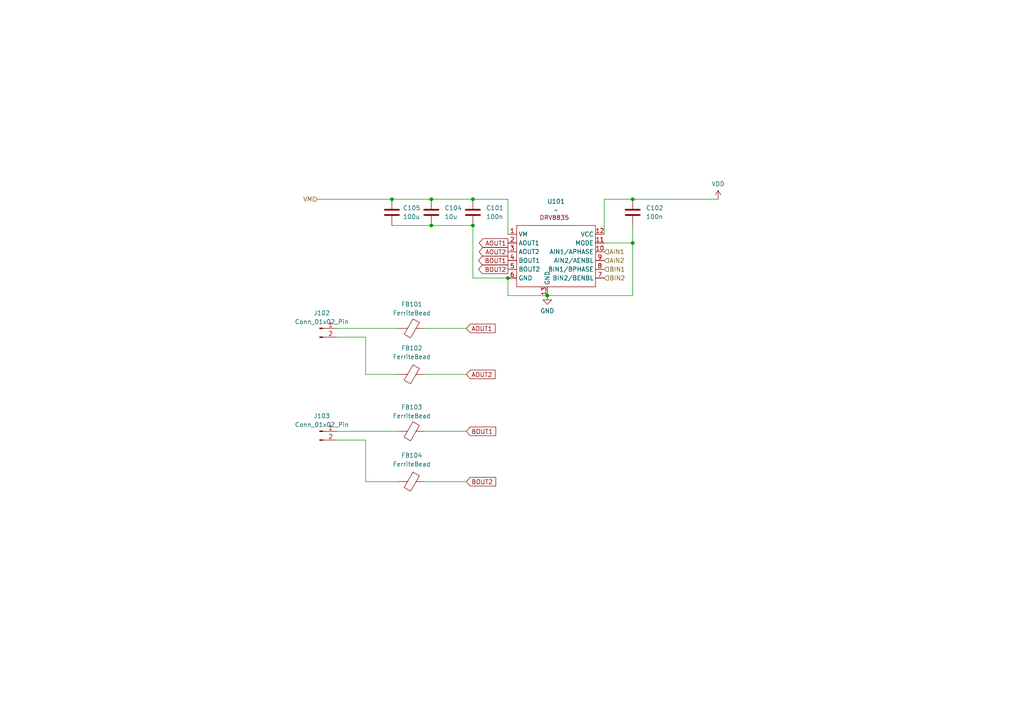
<source format=kicad_sch>
(kicad_sch
	(version 20231120)
	(generator "eeschema")
	(generator_version "8.0")
	(uuid "3e8892a3-c0fc-4849-9e4c-2815d9065301")
	(paper "A4")
	(lib_symbols
		(symbol "Connector:Conn_01x02_Pin"
			(pin_names
				(offset 1.016) hide)
			(exclude_from_sim no)
			(in_bom yes)
			(on_board yes)
			(property "Reference" "J"
				(at 0 2.54 0)
				(effects
					(font
						(size 1.27 1.27)
					)
				)
			)
			(property "Value" "Conn_01x02_Pin"
				(at 0 -5.08 0)
				(effects
					(font
						(size 1.27 1.27)
					)
				)
			)
			(property "Footprint" ""
				(at 0 0 0)
				(effects
					(font
						(size 1.27 1.27)
					)
					(hide yes)
				)
			)
			(property "Datasheet" "~"
				(at 0 0 0)
				(effects
					(font
						(size 1.27 1.27)
					)
					(hide yes)
				)
			)
			(property "Description" "Generic connector, single row, 01x02, script generated"
				(at 0 0 0)
				(effects
					(font
						(size 1.27 1.27)
					)
					(hide yes)
				)
			)
			(property "ki_locked" ""
				(at 0 0 0)
				(effects
					(font
						(size 1.27 1.27)
					)
				)
			)
			(property "ki_keywords" "connector"
				(at 0 0 0)
				(effects
					(font
						(size 1.27 1.27)
					)
					(hide yes)
				)
			)
			(property "ki_fp_filters" "Connector*:*_1x??_*"
				(at 0 0 0)
				(effects
					(font
						(size 1.27 1.27)
					)
					(hide yes)
				)
			)
			(symbol "Conn_01x02_Pin_1_1"
				(polyline
					(pts
						(xy 1.27 -2.54) (xy 0.8636 -2.54)
					)
					(stroke
						(width 0.1524)
						(type default)
					)
					(fill
						(type none)
					)
				)
				(polyline
					(pts
						(xy 1.27 0) (xy 0.8636 0)
					)
					(stroke
						(width 0.1524)
						(type default)
					)
					(fill
						(type none)
					)
				)
				(rectangle
					(start 0.8636 -2.413)
					(end 0 -2.667)
					(stroke
						(width 0.1524)
						(type default)
					)
					(fill
						(type outline)
					)
				)
				(rectangle
					(start 0.8636 0.127)
					(end 0 -0.127)
					(stroke
						(width 0.1524)
						(type default)
					)
					(fill
						(type outline)
					)
				)
				(pin passive line
					(at 5.08 0 180)
					(length 3.81)
					(name "Pin_1"
						(effects
							(font
								(size 1.27 1.27)
							)
						)
					)
					(number "1"
						(effects
							(font
								(size 1.27 1.27)
							)
						)
					)
				)
				(pin passive line
					(at 5.08 -2.54 180)
					(length 3.81)
					(name "Pin_2"
						(effects
							(font
								(size 1.27 1.27)
							)
						)
					)
					(number "2"
						(effects
							(font
								(size 1.27 1.27)
							)
						)
					)
				)
			)
		)
		(symbol "Device:C"
			(pin_numbers hide)
			(pin_names
				(offset 0.254)
			)
			(exclude_from_sim no)
			(in_bom yes)
			(on_board yes)
			(property "Reference" "C"
				(at 0.635 2.54 0)
				(effects
					(font
						(size 1.27 1.27)
					)
					(justify left)
				)
			)
			(property "Value" "C"
				(at 0.635 -2.54 0)
				(effects
					(font
						(size 1.27 1.27)
					)
					(justify left)
				)
			)
			(property "Footprint" ""
				(at 0.9652 -3.81 0)
				(effects
					(font
						(size 1.27 1.27)
					)
					(hide yes)
				)
			)
			(property "Datasheet" "~"
				(at 0 0 0)
				(effects
					(font
						(size 1.27 1.27)
					)
					(hide yes)
				)
			)
			(property "Description" "Unpolarized capacitor"
				(at 0 0 0)
				(effects
					(font
						(size 1.27 1.27)
					)
					(hide yes)
				)
			)
			(property "ki_keywords" "cap capacitor"
				(at 0 0 0)
				(effects
					(font
						(size 1.27 1.27)
					)
					(hide yes)
				)
			)
			(property "ki_fp_filters" "C_*"
				(at 0 0 0)
				(effects
					(font
						(size 1.27 1.27)
					)
					(hide yes)
				)
			)
			(symbol "C_0_1"
				(polyline
					(pts
						(xy -2.032 -0.762) (xy 2.032 -0.762)
					)
					(stroke
						(width 0.508)
						(type default)
					)
					(fill
						(type none)
					)
				)
				(polyline
					(pts
						(xy -2.032 0.762) (xy 2.032 0.762)
					)
					(stroke
						(width 0.508)
						(type default)
					)
					(fill
						(type none)
					)
				)
			)
			(symbol "C_1_1"
				(pin passive line
					(at 0 3.81 270)
					(length 2.794)
					(name "~"
						(effects
							(font
								(size 1.27 1.27)
							)
						)
					)
					(number "1"
						(effects
							(font
								(size 1.27 1.27)
							)
						)
					)
				)
				(pin passive line
					(at 0 -3.81 90)
					(length 2.794)
					(name "~"
						(effects
							(font
								(size 1.27 1.27)
							)
						)
					)
					(number "2"
						(effects
							(font
								(size 1.27 1.27)
							)
						)
					)
				)
			)
		)
		(symbol "Device:FerriteBead"
			(pin_numbers hide)
			(pin_names
				(offset 0)
			)
			(exclude_from_sim no)
			(in_bom yes)
			(on_board yes)
			(property "Reference" "FB"
				(at -3.81 0.635 90)
				(effects
					(font
						(size 1.27 1.27)
					)
				)
			)
			(property "Value" "FerriteBead"
				(at 3.81 0 90)
				(effects
					(font
						(size 1.27 1.27)
					)
				)
			)
			(property "Footprint" ""
				(at -1.778 0 90)
				(effects
					(font
						(size 1.27 1.27)
					)
					(hide yes)
				)
			)
			(property "Datasheet" "~"
				(at 0 0 0)
				(effects
					(font
						(size 1.27 1.27)
					)
					(hide yes)
				)
			)
			(property "Description" "Ferrite bead"
				(at 0 0 0)
				(effects
					(font
						(size 1.27 1.27)
					)
					(hide yes)
				)
			)
			(property "ki_keywords" "L ferrite bead inductor filter"
				(at 0 0 0)
				(effects
					(font
						(size 1.27 1.27)
					)
					(hide yes)
				)
			)
			(property "ki_fp_filters" "Inductor_* L_* *Ferrite*"
				(at 0 0 0)
				(effects
					(font
						(size 1.27 1.27)
					)
					(hide yes)
				)
			)
			(symbol "FerriteBead_0_1"
				(polyline
					(pts
						(xy 0 -1.27) (xy 0 -1.2192)
					)
					(stroke
						(width 0)
						(type default)
					)
					(fill
						(type none)
					)
				)
				(polyline
					(pts
						(xy 0 1.27) (xy 0 1.2954)
					)
					(stroke
						(width 0)
						(type default)
					)
					(fill
						(type none)
					)
				)
				(polyline
					(pts
						(xy -2.7686 0.4064) (xy -1.7018 2.2606) (xy 2.7686 -0.3048) (xy 1.6764 -2.159) (xy -2.7686 0.4064)
					)
					(stroke
						(width 0)
						(type default)
					)
					(fill
						(type none)
					)
				)
			)
			(symbol "FerriteBead_1_1"
				(pin passive line
					(at 0 3.81 270)
					(length 2.54)
					(name "~"
						(effects
							(font
								(size 1.27 1.27)
							)
						)
					)
					(number "1"
						(effects
							(font
								(size 1.27 1.27)
							)
						)
					)
				)
				(pin passive line
					(at 0 -3.81 90)
					(length 2.54)
					(name "~"
						(effects
							(font
								(size 1.27 1.27)
							)
						)
					)
					(number "2"
						(effects
							(font
								(size 1.27 1.27)
							)
						)
					)
				)
			)
		)
		(symbol "WOBCLibrary:DRV8835"
			(exclude_from_sim no)
			(in_bom yes)
			(on_board yes)
			(property "Reference" "U"
				(at 0 11.43 0)
				(effects
					(font
						(size 1.27 1.27)
					)
				)
			)
			(property "Value" ""
				(at -1.27 0 0)
				(effects
					(font
						(size 1.27 1.27)
					)
				)
			)
			(property "Footprint" ""
				(at -1.27 0 0)
				(effects
					(font
						(size 1.27 1.27)
					)
					(hide yes)
				)
			)
			(property "Datasheet" ""
				(at -1.27 0 0)
				(effects
					(font
						(size 1.27 1.27)
					)
					(hide yes)
				)
			)
			(property "Description" ""
				(at -1.27 0 0)
				(effects
					(font
						(size 1.27 1.27)
					)
					(hide yes)
				)
			)
			(symbol "DRV8835_0_1"
				(rectangle
					(start -11.43 6.35)
					(end 11.43 -11.43)
					(stroke
						(width 0)
						(type default)
					)
					(fill
						(type none)
					)
				)
			)
			(symbol "DRV8835_1_1"
				(text "DRV8835"
					(at -0.508 8.636 0)
					(effects
						(font
							(size 1.27 1.27)
						)
					)
				)
				(pin input line
					(at -13.97 3.81 0)
					(length 2.54)
					(name "VM"
						(effects
							(font
								(size 1.27 1.27)
							)
						)
					)
					(number "1"
						(effects
							(font
								(size 1.27 1.27)
							)
						)
					)
				)
				(pin input line
					(at 13.97 -1.27 180)
					(length 2.54)
					(name "AIN1/APHASE"
						(effects
							(font
								(size 1.27 1.27)
							)
						)
					)
					(number "10"
						(effects
							(font
								(size 1.27 1.27)
							)
						)
					)
				)
				(pin input line
					(at 13.97 1.27 180)
					(length 2.54)
					(name "MODE"
						(effects
							(font
								(size 1.27 1.27)
							)
						)
					)
					(number "11"
						(effects
							(font
								(size 1.27 1.27)
							)
						)
					)
				)
				(pin input line
					(at 13.97 3.81 180)
					(length 2.54)
					(name "VCC"
						(effects
							(font
								(size 1.27 1.27)
							)
						)
					)
					(number "12"
						(effects
							(font
								(size 1.27 1.27)
							)
						)
					)
				)
				(pin input line
					(at -2.54 -13.97 90)
					(length 2.54)
					(name "GND"
						(effects
							(font
								(size 1.27 1.27)
							)
						)
					)
					(number "13"
						(effects
							(font
								(size 1.27 1.27)
							)
						)
					)
				)
				(pin output line
					(at -13.97 1.27 0)
					(length 2.54)
					(name "AOUT1"
						(effects
							(font
								(size 1.27 1.27)
							)
						)
					)
					(number "2"
						(effects
							(font
								(size 1.27 1.27)
							)
						)
					)
				)
				(pin output line
					(at -13.97 -1.27 0)
					(length 2.54)
					(name "AOUT2"
						(effects
							(font
								(size 1.27 1.27)
							)
						)
					)
					(number "3"
						(effects
							(font
								(size 1.27 1.27)
							)
						)
					)
				)
				(pin output line
					(at -13.97 -3.81 0)
					(length 2.54)
					(name "BOUT1"
						(effects
							(font
								(size 1.27 1.27)
							)
						)
					)
					(number "4"
						(effects
							(font
								(size 1.27 1.27)
							)
						)
					)
				)
				(pin output line
					(at -13.97 -6.35 0)
					(length 2.54)
					(name "BOUT2"
						(effects
							(font
								(size 1.27 1.27)
							)
						)
					)
					(number "5"
						(effects
							(font
								(size 1.27 1.27)
							)
						)
					)
				)
				(pin input line
					(at -13.97 -8.89 0)
					(length 2.54)
					(name "GND"
						(effects
							(font
								(size 1.27 1.27)
							)
						)
					)
					(number "6"
						(effects
							(font
								(size 1.27 1.27)
							)
						)
					)
				)
				(pin input line
					(at 13.97 -8.89 180)
					(length 2.54)
					(name "BIN2/BENBL"
						(effects
							(font
								(size 1.27 1.27)
							)
						)
					)
					(number "7"
						(effects
							(font
								(size 1.27 1.27)
							)
						)
					)
				)
				(pin input line
					(at 13.97 -6.35 180)
					(length 2.54)
					(name "BIN1/BPHASE"
						(effects
							(font
								(size 1.27 1.27)
							)
						)
					)
					(number "8"
						(effects
							(font
								(size 1.27 1.27)
							)
						)
					)
				)
				(pin input line
					(at 13.97 -3.81 180)
					(length 2.54)
					(name "AIN2/AENBL"
						(effects
							(font
								(size 1.27 1.27)
							)
						)
					)
					(number "9"
						(effects
							(font
								(size 1.27 1.27)
							)
						)
					)
				)
			)
		)
		(symbol "power:GND"
			(power)
			(pin_numbers hide)
			(pin_names
				(offset 0) hide)
			(exclude_from_sim no)
			(in_bom yes)
			(on_board yes)
			(property "Reference" "#PWR"
				(at 0 -6.35 0)
				(effects
					(font
						(size 1.27 1.27)
					)
					(hide yes)
				)
			)
			(property "Value" "GND"
				(at 0 -3.81 0)
				(effects
					(font
						(size 1.27 1.27)
					)
				)
			)
			(property "Footprint" ""
				(at 0 0 0)
				(effects
					(font
						(size 1.27 1.27)
					)
					(hide yes)
				)
			)
			(property "Datasheet" ""
				(at 0 0 0)
				(effects
					(font
						(size 1.27 1.27)
					)
					(hide yes)
				)
			)
			(property "Description" "Power symbol creates a global label with name \"GND\" , ground"
				(at 0 0 0)
				(effects
					(font
						(size 1.27 1.27)
					)
					(hide yes)
				)
			)
			(property "ki_keywords" "global power"
				(at 0 0 0)
				(effects
					(font
						(size 1.27 1.27)
					)
					(hide yes)
				)
			)
			(symbol "GND_0_1"
				(polyline
					(pts
						(xy 0 0) (xy 0 -1.27) (xy 1.27 -1.27) (xy 0 -2.54) (xy -1.27 -1.27) (xy 0 -1.27)
					)
					(stroke
						(width 0)
						(type default)
					)
					(fill
						(type none)
					)
				)
			)
			(symbol "GND_1_1"
				(pin power_in line
					(at 0 0 270)
					(length 0)
					(name "~"
						(effects
							(font
								(size 1.27 1.27)
							)
						)
					)
					(number "1"
						(effects
							(font
								(size 1.27 1.27)
							)
						)
					)
				)
			)
		)
		(symbol "power:VDD"
			(power)
			(pin_numbers hide)
			(pin_names
				(offset 0) hide)
			(exclude_from_sim no)
			(in_bom yes)
			(on_board yes)
			(property "Reference" "#PWR"
				(at 0 -3.81 0)
				(effects
					(font
						(size 1.27 1.27)
					)
					(hide yes)
				)
			)
			(property "Value" "VDD"
				(at 0 3.556 0)
				(effects
					(font
						(size 1.27 1.27)
					)
				)
			)
			(property "Footprint" ""
				(at 0 0 0)
				(effects
					(font
						(size 1.27 1.27)
					)
					(hide yes)
				)
			)
			(property "Datasheet" ""
				(at 0 0 0)
				(effects
					(font
						(size 1.27 1.27)
					)
					(hide yes)
				)
			)
			(property "Description" "Power symbol creates a global label with name \"VDD\""
				(at 0 0 0)
				(effects
					(font
						(size 1.27 1.27)
					)
					(hide yes)
				)
			)
			(property "ki_keywords" "global power"
				(at 0 0 0)
				(effects
					(font
						(size 1.27 1.27)
					)
					(hide yes)
				)
			)
			(symbol "VDD_0_1"
				(polyline
					(pts
						(xy -0.762 1.27) (xy 0 2.54)
					)
					(stroke
						(width 0)
						(type default)
					)
					(fill
						(type none)
					)
				)
				(polyline
					(pts
						(xy 0 0) (xy 0 2.54)
					)
					(stroke
						(width 0)
						(type default)
					)
					(fill
						(type none)
					)
				)
				(polyline
					(pts
						(xy 0 2.54) (xy 0.762 1.27)
					)
					(stroke
						(width 0)
						(type default)
					)
					(fill
						(type none)
					)
				)
			)
			(symbol "VDD_1_1"
				(pin power_in line
					(at 0 0 90)
					(length 0)
					(name "~"
						(effects
							(font
								(size 1.27 1.27)
							)
						)
					)
					(number "1"
						(effects
							(font
								(size 1.27 1.27)
							)
						)
					)
				)
			)
		)
	)
	(junction
		(at 158.75 85.725)
		(diameter 0)
		(color 0 0 0 0)
		(uuid "0084d8a8-1875-41fe-843c-f1dca85197ab")
	)
	(junction
		(at 183.515 70.485)
		(diameter 0)
		(color 0 0 0 0)
		(uuid "15bd8c7f-4f8c-4e08-902d-587d882a9c46")
	)
	(junction
		(at 113.665 57.785)
		(diameter 0)
		(color 0 0 0 0)
		(uuid "22e92262-8dcf-4697-a83f-d04874edb21a")
	)
	(junction
		(at 183.515 57.785)
		(diameter 0)
		(color 0 0 0 0)
		(uuid "7400ee1c-0128-4b08-8fd7-2f5740e15fdf")
	)
	(junction
		(at 125.095 65.405)
		(diameter 0)
		(color 0 0 0 0)
		(uuid "99d3d8f5-b3bb-43db-b82b-81b275abee3d")
	)
	(junction
		(at 137.16 57.785)
		(diameter 0)
		(color 0 0 0 0)
		(uuid "be34d515-338c-4e8c-9a4f-3fa1ffdefd8a")
	)
	(junction
		(at 125.095 57.785)
		(diameter 0)
		(color 0 0 0 0)
		(uuid "deb3b9c0-f14e-4721-b0d5-37e6b7c8b91e")
	)
	(junction
		(at 147.32 80.645)
		(diameter 0)
		(color 0 0 0 0)
		(uuid "dff96c6d-83f6-4d2e-907b-ea450af26f22")
	)
	(junction
		(at 137.16 65.405)
		(diameter 0)
		(color 0 0 0 0)
		(uuid "ea259cf7-a66e-4051-9b0a-e9df1d7e3a98")
	)
	(wire
		(pts
			(xy 183.515 65.405) (xy 183.515 70.485)
		)
		(stroke
			(width 0)
			(type default)
		)
		(uuid "0080fd02-c48d-4ee5-b61f-31d15b2913f5")
	)
	(wire
		(pts
			(xy 137.16 65.405) (xy 137.16 80.645)
		)
		(stroke
			(width 0)
			(type default)
		)
		(uuid "08460f01-50d6-482f-a3a9-ae55fc71c37b")
	)
	(wire
		(pts
			(xy 175.26 57.785) (xy 183.515 57.785)
		)
		(stroke
			(width 0)
			(type default)
		)
		(uuid "11c851a4-f778-4811-b183-33d943e7678d")
	)
	(wire
		(pts
			(xy 147.32 67.945) (xy 147.32 57.785)
		)
		(stroke
			(width 0)
			(type default)
		)
		(uuid "1729dc7e-289b-49f7-ba13-cbeef0fccab4")
	)
	(wire
		(pts
			(xy 115.57 108.585) (xy 106.045 108.585)
		)
		(stroke
			(width 0)
			(type default)
		)
		(uuid "1aa3c354-6264-4296-a3b5-458db7eed03b")
	)
	(wire
		(pts
			(xy 183.515 85.725) (xy 158.75 85.725)
		)
		(stroke
			(width 0)
			(type default)
		)
		(uuid "1b4df296-0022-4ab3-93b9-67c6a308558c")
	)
	(wire
		(pts
			(xy 175.26 67.945) (xy 175.26 57.785)
		)
		(stroke
			(width 0)
			(type default)
		)
		(uuid "296ffef8-8b16-4f8d-8f4b-f5be40bc7363")
	)
	(wire
		(pts
			(xy 123.19 108.585) (xy 135.255 108.585)
		)
		(stroke
			(width 0)
			(type default)
		)
		(uuid "2c6599dd-784c-4aa5-9267-9e7740926a04")
	)
	(wire
		(pts
			(xy 106.045 97.79) (xy 97.79 97.79)
		)
		(stroke
			(width 0)
			(type default)
		)
		(uuid "304fbaa5-03a5-480d-8eaa-0048cb4a20ab")
	)
	(wire
		(pts
			(xy 137.16 80.645) (xy 147.32 80.645)
		)
		(stroke
			(width 0)
			(type default)
		)
		(uuid "348b78d3-670b-41ea-af79-23fa18215eb8")
	)
	(wire
		(pts
			(xy 113.665 57.785) (xy 125.095 57.785)
		)
		(stroke
			(width 0)
			(type default)
		)
		(uuid "38ba5766-387f-4000-a738-91925ca7f90f")
	)
	(wire
		(pts
			(xy 97.79 127.635) (xy 106.045 127.635)
		)
		(stroke
			(width 0)
			(type default)
		)
		(uuid "52c21596-1f81-4fc7-b3d3-b6d30e762f8c")
	)
	(wire
		(pts
			(xy 123.19 125.095) (xy 135.255 125.095)
		)
		(stroke
			(width 0)
			(type default)
		)
		(uuid "54c9cff2-cb05-4de2-8f05-f3e49ec40431")
	)
	(wire
		(pts
			(xy 183.515 57.785) (xy 208.28 57.785)
		)
		(stroke
			(width 0)
			(type default)
		)
		(uuid "5fc7d401-68f2-4d23-99f8-8512393624b3")
	)
	(wire
		(pts
			(xy 147.32 80.645) (xy 147.32 85.725)
		)
		(stroke
			(width 0)
			(type default)
		)
		(uuid "66455520-fa85-4f81-87b0-c5db51201add")
	)
	(wire
		(pts
			(xy 123.19 95.25) (xy 135.255 95.25)
		)
		(stroke
			(width 0)
			(type default)
		)
		(uuid "6c62e6f0-fb62-42d0-8ecd-d22b87ea8d26")
	)
	(wire
		(pts
			(xy 125.095 65.405) (xy 137.16 65.405)
		)
		(stroke
			(width 0)
			(type default)
		)
		(uuid "6e8dbaaa-0d1c-441e-9258-641495b2a255")
	)
	(wire
		(pts
			(xy 97.79 125.095) (xy 115.57 125.095)
		)
		(stroke
			(width 0)
			(type default)
		)
		(uuid "73242b5f-e115-4e15-a3e5-7db050ec2342")
	)
	(wire
		(pts
			(xy 106.045 127.635) (xy 106.045 139.7)
		)
		(stroke
			(width 0)
			(type default)
		)
		(uuid "80b7b02b-c9a5-472f-8941-f7740e8cfad4")
	)
	(wire
		(pts
			(xy 92.075 57.785) (xy 113.665 57.785)
		)
		(stroke
			(width 0)
			(type default)
		)
		(uuid "88655508-d67f-4fb7-8cb1-c27502b0d9d4")
	)
	(wire
		(pts
			(xy 97.79 95.25) (xy 115.57 95.25)
		)
		(stroke
			(width 0)
			(type default)
		)
		(uuid "b7c029e2-27e8-42a5-874f-2b6b7a3e817f")
	)
	(wire
		(pts
			(xy 183.515 70.485) (xy 183.515 85.725)
		)
		(stroke
			(width 0)
			(type default)
		)
		(uuid "bd572604-851e-4e92-a5a5-30fc21cc5b28")
	)
	(wire
		(pts
			(xy 106.045 139.7) (xy 115.57 139.7)
		)
		(stroke
			(width 0)
			(type default)
		)
		(uuid "c3d684e6-3147-4ca8-8742-59751225d0de")
	)
	(wire
		(pts
			(xy 113.665 65.405) (xy 125.095 65.405)
		)
		(stroke
			(width 0)
			(type default)
		)
		(uuid "cc8337ca-5f85-41e7-b5bc-d7eb0e54dbb6")
	)
	(wire
		(pts
			(xy 147.32 85.725) (xy 158.75 85.725)
		)
		(stroke
			(width 0)
			(type default)
		)
		(uuid "da7de2d4-86c1-43b3-ba1d-b7c2f02fd8c0")
	)
	(wire
		(pts
			(xy 123.19 139.7) (xy 135.255 139.7)
		)
		(stroke
			(width 0)
			(type default)
		)
		(uuid "e2e8bf61-06d0-4a87-8941-95e11c454844")
	)
	(wire
		(pts
			(xy 106.045 108.585) (xy 106.045 97.79)
		)
		(stroke
			(width 0)
			(type default)
		)
		(uuid "e963ca07-33a9-4a13-bcb2-803e7c8b00bb")
	)
	(wire
		(pts
			(xy 147.32 57.785) (xy 137.16 57.785)
		)
		(stroke
			(width 0)
			(type default)
		)
		(uuid "f4d3de30-3736-4273-b324-8ff877c4fc5c")
	)
	(wire
		(pts
			(xy 125.095 57.785) (xy 137.16 57.785)
		)
		(stroke
			(width 0)
			(type default)
		)
		(uuid "fd1b0c91-d8e1-4929-8834-2af2b10c07e2")
	)
	(wire
		(pts
			(xy 175.26 70.485) (xy 183.515 70.485)
		)
		(stroke
			(width 0)
			(type default)
		)
		(uuid "feafb019-1bbf-46ba-b0db-7b0aca964655")
	)
	(global_label "AOUT1"
		(shape output)
		(at 147.32 70.485 180)
		(fields_autoplaced yes)
		(effects
			(font
				(size 1.27 1.27)
			)
			(justify right)
		)
		(uuid "0f5567c9-863f-4fe0-8fad-49b22e17f9b0")
		(property "Intersheetrefs" "${INTERSHEET_REFS}"
			(at 138.4081 70.485 0)
			(effects
				(font
					(size 1.27 1.27)
				)
				(justify right)
				(hide yes)
			)
		)
	)
	(global_label "BOUT1"
		(shape input)
		(at 135.255 125.095 0)
		(fields_autoplaced yes)
		(effects
			(font
				(size 1.27 1.27)
			)
			(justify left)
		)
		(uuid "2d99b6cb-028b-46e4-9e1a-6e16a7abe547")
		(property "Intersheetrefs" "${INTERSHEET_REFS}"
			(at 144.3483 125.095 0)
			(effects
				(font
					(size 1.27 1.27)
				)
				(justify left)
				(hide yes)
			)
		)
	)
	(global_label "BOUT2"
		(shape output)
		(at 147.32 78.105 180)
		(fields_autoplaced yes)
		(effects
			(font
				(size 1.27 1.27)
			)
			(justify right)
		)
		(uuid "62d332f7-a337-4778-93ce-8c575603920d")
		(property "Intersheetrefs" "${INTERSHEET_REFS}"
			(at 138.2267 78.105 0)
			(effects
				(font
					(size 1.27 1.27)
				)
				(justify right)
				(hide yes)
			)
		)
	)
	(global_label "BOUT1"
		(shape output)
		(at 147.32 75.565 180)
		(fields_autoplaced yes)
		(effects
			(font
				(size 1.27 1.27)
			)
			(justify right)
		)
		(uuid "a867f5fd-fc30-439e-9e65-1dc2a9c7c5d2")
		(property "Intersheetrefs" "${INTERSHEET_REFS}"
			(at 138.2267 75.565 0)
			(effects
				(font
					(size 1.27 1.27)
				)
				(justify right)
				(hide yes)
			)
		)
	)
	(global_label "AOUT2"
		(shape input)
		(at 135.255 108.585 0)
		(fields_autoplaced yes)
		(effects
			(font
				(size 1.27 1.27)
			)
			(justify left)
		)
		(uuid "c71705b0-2df6-403a-9c6d-23d21cb09179")
		(property "Intersheetrefs" "${INTERSHEET_REFS}"
			(at 144.1669 108.585 0)
			(effects
				(font
					(size 1.27 1.27)
				)
				(justify left)
				(hide yes)
			)
		)
	)
	(global_label "AOUT2"
		(shape output)
		(at 147.32 73.025 180)
		(fields_autoplaced yes)
		(effects
			(font
				(size 1.27 1.27)
			)
			(justify right)
		)
		(uuid "d0a47670-911f-41a8-be15-4a91e77b266c")
		(property "Intersheetrefs" "${INTERSHEET_REFS}"
			(at 138.4081 73.025 0)
			(effects
				(font
					(size 1.27 1.27)
				)
				(justify right)
				(hide yes)
			)
		)
	)
	(global_label "AOUT1"
		(shape input)
		(at 135.255 95.25 0)
		(fields_autoplaced yes)
		(effects
			(font
				(size 1.27 1.27)
			)
			(justify left)
		)
		(uuid "e999c42e-4757-4c9f-bd8e-48ea1309a9d3")
		(property "Intersheetrefs" "${INTERSHEET_REFS}"
			(at 144.1669 95.25 0)
			(effects
				(font
					(size 1.27 1.27)
				)
				(justify left)
				(hide yes)
			)
		)
	)
	(global_label "BOUT2"
		(shape input)
		(at 135.255 139.7 0)
		(fields_autoplaced yes)
		(effects
			(font
				(size 1.27 1.27)
			)
			(justify left)
		)
		(uuid "fef36608-8123-4039-a097-47b802ee00b8")
		(property "Intersheetrefs" "${INTERSHEET_REFS}"
			(at 144.3483 139.7 0)
			(effects
				(font
					(size 1.27 1.27)
				)
				(justify left)
				(hide yes)
			)
		)
	)
	(hierarchical_label "AIN2"
		(shape input)
		(at 175.26 75.565 0)
		(fields_autoplaced yes)
		(effects
			(font
				(size 1.27 1.27)
			)
			(justify left)
		)
		(uuid "0c1321f1-02b7-4e6b-9d29-688b353118dc")
	)
	(hierarchical_label "VM"
		(shape input)
		(at 92.075 57.785 180)
		(fields_autoplaced yes)
		(effects
			(font
				(size 1.27 1.27)
			)
			(justify right)
		)
		(uuid "7ca83817-a8ce-4a90-a81e-8e2e23088ccf")
	)
	(hierarchical_label "AIN1"
		(shape input)
		(at 175.26 73.025 0)
		(fields_autoplaced yes)
		(effects
			(font
				(size 1.27 1.27)
			)
			(justify left)
		)
		(uuid "b5136d66-dab9-4c4e-9b3f-95ccd27b25aa")
	)
	(hierarchical_label "BIN1"
		(shape input)
		(at 175.26 78.105 0)
		(fields_autoplaced yes)
		(effects
			(font
				(size 1.27 1.27)
			)
			(justify left)
		)
		(uuid "c412638a-36f9-411c-a995-c36519e2b08e")
	)
	(hierarchical_label "BIN2"
		(shape input)
		(at 175.26 80.645 0)
		(fields_autoplaced yes)
		(effects
			(font
				(size 1.27 1.27)
			)
			(justify left)
		)
		(uuid "d3ffc8c4-35c5-4e65-bf3e-863260928f59")
	)
	(symbol
		(lib_id "Device:C")
		(at 183.515 61.595 0)
		(unit 1)
		(exclude_from_sim no)
		(in_bom yes)
		(on_board yes)
		(dnp no)
		(fields_autoplaced yes)
		(uuid "29397a3e-f666-41ac-b088-30c997c3ded7")
		(property "Reference" "C102"
			(at 187.325 60.3249 0)
			(effects
				(font
					(size 1.27 1.27)
				)
				(justify left)
			)
		)
		(property "Value" "100n"
			(at 187.325 62.8649 0)
			(effects
				(font
					(size 1.27 1.27)
				)
				(justify left)
			)
		)
		(property "Footprint" "Capacitor_SMD:C_0402_1005Metric"
			(at 184.4802 65.405 0)
			(effects
				(font
					(size 1.27 1.27)
				)
				(hide yes)
			)
		)
		(property "Datasheet" "~"
			(at 183.515 61.595 0)
			(effects
				(font
					(size 1.27 1.27)
				)
				(hide yes)
			)
		)
		(property "Description" "Unpolarized capacitor"
			(at 183.515 61.595 0)
			(effects
				(font
					(size 1.27 1.27)
				)
				(hide yes)
			)
		)
		(property "Availability" ""
			(at 183.515 61.595 0)
			(effects
				(font
					(size 1.27 1.27)
				)
				(hide yes)
			)
		)
		(property "Check_prices" ""
			(at 183.515 61.595 0)
			(effects
				(font
					(size 1.27 1.27)
				)
				(hide yes)
			)
		)
		(property "MF" ""
			(at 183.515 61.595 0)
			(effects
				(font
					(size 1.27 1.27)
				)
				(hide yes)
			)
		)
		(property "MP" ""
			(at 183.515 61.595 0)
			(effects
				(font
					(size 1.27 1.27)
				)
				(hide yes)
			)
		)
		(property "Package" ""
			(at 183.515 61.595 0)
			(effects
				(font
					(size 1.27 1.27)
				)
				(hide yes)
			)
		)
		(property "Price" ""
			(at 183.515 61.595 0)
			(effects
				(font
					(size 1.27 1.27)
				)
				(hide yes)
			)
		)
		(property "Purchase-URL" ""
			(at 183.515 61.595 0)
			(effects
				(font
					(size 1.27 1.27)
				)
				(hide yes)
			)
		)
		(property "SnapEDA_Link" ""
			(at 183.515 61.595 0)
			(effects
				(font
					(size 1.27 1.27)
				)
				(hide yes)
			)
		)
		(pin "1"
			(uuid "c0c36639-e58d-4064-92ae-d30b65cb4d59")
		)
		(pin "2"
			(uuid "9df7dc0b-4af4-4d42-8e90-2d38574c9175")
		)
		(instances
			(project "Drive"
				(path "/3e8892a3-c0fc-4849-9e4c-2815d9065301"
					(reference "C102")
					(unit 1)
				)
			)
			(project "Drive"
				(path "/953562b0-9f42-4c3d-8516-f6de553e7f3f/948aafc8-5709-498a-90cc-759220073f6d"
					(reference "C504")
					(unit 1)
				)
			)
		)
	)
	(symbol
		(lib_id "power:VDD")
		(at 208.28 57.785 0)
		(unit 1)
		(exclude_from_sim no)
		(in_bom yes)
		(on_board yes)
		(dnp no)
		(fields_autoplaced yes)
		(uuid "306ed695-0bb5-4917-9885-3b0ad2266d32")
		(property "Reference" "#PWR0502"
			(at 208.28 61.595 0)
			(effects
				(font
					(size 1.27 1.27)
				)
				(hide yes)
			)
		)
		(property "Value" "VDD"
			(at 208.28 53.34 0)
			(effects
				(font
					(size 1.27 1.27)
				)
			)
		)
		(property "Footprint" ""
			(at 208.28 57.785 0)
			(effects
				(font
					(size 1.27 1.27)
				)
				(hide yes)
			)
		)
		(property "Datasheet" ""
			(at 208.28 57.785 0)
			(effects
				(font
					(size 1.27 1.27)
				)
				(hide yes)
			)
		)
		(property "Description" "Power symbol creates a global label with name \"VDD\""
			(at 208.28 57.785 0)
			(effects
				(font
					(size 1.27 1.27)
				)
				(hide yes)
			)
		)
		(pin "1"
			(uuid "80cbec6b-015b-4c17-80f6-763b531e7b6f")
		)
		(instances
			(project ""
				(path "/953562b0-9f42-4c3d-8516-f6de553e7f3f/948aafc8-5709-498a-90cc-759220073f6d"
					(reference "#PWR0502")
					(unit 1)
				)
			)
		)
	)
	(symbol
		(lib_id "Connector:Conn_01x02_Pin")
		(at 92.71 125.095 0)
		(unit 1)
		(exclude_from_sim no)
		(in_bom yes)
		(on_board yes)
		(dnp no)
		(fields_autoplaced yes)
		(uuid "30e1c4e5-862f-4975-8459-ab67260373f3")
		(property "Reference" "J103"
			(at 93.345 120.65 0)
			(effects
				(font
					(size 1.27 1.27)
				)
			)
		)
		(property "Value" "Conn_01x02_Pin"
			(at 93.345 123.19 0)
			(effects
				(font
					(size 1.27 1.27)
				)
			)
		)
		(property "Footprint" "Connector_JST:JST_XA_S02B-XASK-1N-BN_1x02_P2.50mm_Horizontal"
			(at 92.71 125.095 0)
			(effects
				(font
					(size 1.27 1.27)
				)
				(hide yes)
			)
		)
		(property "Datasheet" "~"
			(at 92.71 125.095 0)
			(effects
				(font
					(size 1.27 1.27)
				)
				(hide yes)
			)
		)
		(property "Description" "Generic connector, single row, 01x02, script generated"
			(at 92.71 125.095 0)
			(effects
				(font
					(size 1.27 1.27)
				)
				(hide yes)
			)
		)
		(property "Availability" ""
			(at 92.71 125.095 0)
			(effects
				(font
					(size 1.27 1.27)
				)
				(hide yes)
			)
		)
		(property "Check_prices" ""
			(at 92.71 125.095 0)
			(effects
				(font
					(size 1.27 1.27)
				)
				(hide yes)
			)
		)
		(property "MF" ""
			(at 92.71 125.095 0)
			(effects
				(font
					(size 1.27 1.27)
				)
				(hide yes)
			)
		)
		(property "MP" ""
			(at 92.71 125.095 0)
			(effects
				(font
					(size 1.27 1.27)
				)
				(hide yes)
			)
		)
		(property "Package" ""
			(at 92.71 125.095 0)
			(effects
				(font
					(size 1.27 1.27)
				)
				(hide yes)
			)
		)
		(property "Price" ""
			(at 92.71 125.095 0)
			(effects
				(font
					(size 1.27 1.27)
				)
				(hide yes)
			)
		)
		(property "Purchase-URL" ""
			(at 92.71 125.095 0)
			(effects
				(font
					(size 1.27 1.27)
				)
				(hide yes)
			)
		)
		(property "SnapEDA_Link" ""
			(at 92.71 125.095 0)
			(effects
				(font
					(size 1.27 1.27)
				)
				(hide yes)
			)
		)
		(pin "1"
			(uuid "19be8f91-de9e-446e-83a6-d7c5ce72b3c3")
		)
		(pin "2"
			(uuid "d115bed1-37ed-411b-b1fe-99b8e94d12f3")
		)
		(instances
			(project "Drive"
				(path "/3e8892a3-c0fc-4849-9e4c-2815d9065301"
					(reference "J103")
					(unit 1)
				)
			)
			(project "Drive"
				(path "/953562b0-9f42-4c3d-8516-f6de553e7f3f/948aafc8-5709-498a-90cc-759220073f6d"
					(reference "J502")
					(unit 1)
				)
			)
		)
	)
	(symbol
		(lib_id "Device:C")
		(at 125.095 61.595 0)
		(unit 1)
		(exclude_from_sim no)
		(in_bom yes)
		(on_board yes)
		(dnp no)
		(fields_autoplaced yes)
		(uuid "3352f287-97cc-40bc-b2a3-150666f6e1e0")
		(property "Reference" "C104"
			(at 128.905 60.3249 0)
			(effects
				(font
					(size 1.27 1.27)
				)
				(justify left)
			)
		)
		(property "Value" "10u"
			(at 128.905 62.8649 0)
			(effects
				(font
					(size 1.27 1.27)
				)
				(justify left)
			)
		)
		(property "Footprint" "Capacitor_SMD:C_0603_1608Metric"
			(at 126.0602 65.405 0)
			(effects
				(font
					(size 1.27 1.27)
				)
				(hide yes)
			)
		)
		(property "Datasheet" "~"
			(at 125.095 61.595 0)
			(effects
				(font
					(size 1.27 1.27)
				)
				(hide yes)
			)
		)
		(property "Description" "Unpolarized capacitor"
			(at 125.095 61.595 0)
			(effects
				(font
					(size 1.27 1.27)
				)
				(hide yes)
			)
		)
		(property "Availability" ""
			(at 125.095 61.595 0)
			(effects
				(font
					(size 1.27 1.27)
				)
				(hide yes)
			)
		)
		(property "Check_prices" ""
			(at 125.095 61.595 0)
			(effects
				(font
					(size 1.27 1.27)
				)
				(hide yes)
			)
		)
		(property "MF" ""
			(at 125.095 61.595 0)
			(effects
				(font
					(size 1.27 1.27)
				)
				(hide yes)
			)
		)
		(property "MP" ""
			(at 125.095 61.595 0)
			(effects
				(font
					(size 1.27 1.27)
				)
				(hide yes)
			)
		)
		(property "Package" ""
			(at 125.095 61.595 0)
			(effects
				(font
					(size 1.27 1.27)
				)
				(hide yes)
			)
		)
		(property "Price" ""
			(at 125.095 61.595 0)
			(effects
				(font
					(size 1.27 1.27)
				)
				(hide yes)
			)
		)
		(property "Purchase-URL" ""
			(at 125.095 61.595 0)
			(effects
				(font
					(size 1.27 1.27)
				)
				(hide yes)
			)
		)
		(property "SnapEDA_Link" ""
			(at 125.095 61.595 0)
			(effects
				(font
					(size 1.27 1.27)
				)
				(hide yes)
			)
		)
		(pin "1"
			(uuid "fb85e0b2-642b-4928-8cde-fbe9554c8962")
		)
		(pin "2"
			(uuid "945baf35-6e16-433a-b5eb-055064f1c7f1")
		)
		(instances
			(project "Drive"
				(path "/3e8892a3-c0fc-4849-9e4c-2815d9065301"
					(reference "C104")
					(unit 1)
				)
			)
			(project "Drive"
				(path "/953562b0-9f42-4c3d-8516-f6de553e7f3f/948aafc8-5709-498a-90cc-759220073f6d"
					(reference "C502")
					(unit 1)
				)
			)
		)
	)
	(symbol
		(lib_id "Connector:Conn_01x02_Pin")
		(at 92.71 95.25 0)
		(unit 1)
		(exclude_from_sim no)
		(in_bom yes)
		(on_board yes)
		(dnp no)
		(fields_autoplaced yes)
		(uuid "3b2d14dd-a14f-4ccb-9177-51006e397e9c")
		(property "Reference" "J102"
			(at 93.345 90.805 0)
			(effects
				(font
					(size 1.27 1.27)
				)
			)
		)
		(property "Value" "Conn_01x02_Pin"
			(at 93.345 93.345 0)
			(effects
				(font
					(size 1.27 1.27)
				)
			)
		)
		(property "Footprint" "Connector_JST:JST_XA_S02B-XASK-1N-BN_1x02_P2.50mm_Horizontal"
			(at 92.71 95.25 0)
			(effects
				(font
					(size 1.27 1.27)
				)
				(hide yes)
			)
		)
		(property "Datasheet" "~"
			(at 92.71 95.25 0)
			(effects
				(font
					(size 1.27 1.27)
				)
				(hide yes)
			)
		)
		(property "Description" "Generic connector, single row, 01x02, script generated"
			(at 92.71 95.25 0)
			(effects
				(font
					(size 1.27 1.27)
				)
				(hide yes)
			)
		)
		(property "Availability" ""
			(at 92.71 95.25 0)
			(effects
				(font
					(size 1.27 1.27)
				)
				(hide yes)
			)
		)
		(property "Check_prices" ""
			(at 92.71 95.25 0)
			(effects
				(font
					(size 1.27 1.27)
				)
				(hide yes)
			)
		)
		(property "MF" ""
			(at 92.71 95.25 0)
			(effects
				(font
					(size 1.27 1.27)
				)
				(hide yes)
			)
		)
		(property "MP" ""
			(at 92.71 95.25 0)
			(effects
				(font
					(size 1.27 1.27)
				)
				(hide yes)
			)
		)
		(property "Package" ""
			(at 92.71 95.25 0)
			(effects
				(font
					(size 1.27 1.27)
				)
				(hide yes)
			)
		)
		(property "Price" ""
			(at 92.71 95.25 0)
			(effects
				(font
					(size 1.27 1.27)
				)
				(hide yes)
			)
		)
		(property "Purchase-URL" ""
			(at 92.71 95.25 0)
			(effects
				(font
					(size 1.27 1.27)
				)
				(hide yes)
			)
		)
		(property "SnapEDA_Link" ""
			(at 92.71 95.25 0)
			(effects
				(font
					(size 1.27 1.27)
				)
				(hide yes)
			)
		)
		(pin "1"
			(uuid "401d3fd0-873c-4c88-87b2-54285e5ca246")
		)
		(pin "2"
			(uuid "badadaa4-c2cc-426f-9d1f-f9becfba5e3e")
		)
		(instances
			(project "Drive"
				(path "/3e8892a3-c0fc-4849-9e4c-2815d9065301"
					(reference "J102")
					(unit 1)
				)
			)
			(project "Drive"
				(path "/953562b0-9f42-4c3d-8516-f6de553e7f3f/948aafc8-5709-498a-90cc-759220073f6d"
					(reference "J501")
					(unit 1)
				)
			)
		)
	)
	(symbol
		(lib_id "Device:FerriteBead")
		(at 119.38 108.585 270)
		(unit 1)
		(exclude_from_sim no)
		(in_bom yes)
		(on_board yes)
		(dnp no)
		(fields_autoplaced yes)
		(uuid "4044a801-f228-4af9-bf53-f52c032c5667")
		(property "Reference" "FB102"
			(at 119.4308 100.965 90)
			(effects
				(font
					(size 1.27 1.27)
				)
			)
		)
		(property "Value" "FerriteBead"
			(at 119.4308 103.505 90)
			(effects
				(font
					(size 1.27 1.27)
				)
			)
		)
		(property "Footprint" "Inductor_SMD:L_0402_1005Metric"
			(at 119.38 106.807 90)
			(effects
				(font
					(size 1.27 1.27)
				)
				(hide yes)
			)
		)
		(property "Datasheet" "~"
			(at 119.38 108.585 0)
			(effects
				(font
					(size 1.27 1.27)
				)
				(hide yes)
			)
		)
		(property "Description" "Ferrite bead"
			(at 119.38 108.585 0)
			(effects
				(font
					(size 1.27 1.27)
				)
				(hide yes)
			)
		)
		(property "Availability" ""
			(at 119.38 108.585 0)
			(effects
				(font
					(size 1.27 1.27)
				)
				(hide yes)
			)
		)
		(property "Check_prices" ""
			(at 119.38 108.585 0)
			(effects
				(font
					(size 1.27 1.27)
				)
				(hide yes)
			)
		)
		(property "MF" ""
			(at 119.38 108.585 0)
			(effects
				(font
					(size 1.27 1.27)
				)
				(hide yes)
			)
		)
		(property "MP" ""
			(at 119.38 108.585 0)
			(effects
				(font
					(size 1.27 1.27)
				)
				(hide yes)
			)
		)
		(property "Package" ""
			(at 119.38 108.585 0)
			(effects
				(font
					(size 1.27 1.27)
				)
				(hide yes)
			)
		)
		(property "Price" ""
			(at 119.38 108.585 0)
			(effects
				(font
					(size 1.27 1.27)
				)
				(hide yes)
			)
		)
		(property "Purchase-URL" ""
			(at 119.38 108.585 0)
			(effects
				(font
					(size 1.27 1.27)
				)
				(hide yes)
			)
		)
		(property "SnapEDA_Link" ""
			(at 119.38 108.585 0)
			(effects
				(font
					(size 1.27 1.27)
				)
				(hide yes)
			)
		)
		(property "LCSC" "C107331"
			(at 119.38 108.585 0)
			(effects
				(font
					(size 1.27 1.27)
				)
				(hide yes)
			)
		)
		(pin "2"
			(uuid "1f8f73a5-e196-4372-a469-2394154e0e4f")
		)
		(pin "1"
			(uuid "e8fd5e86-efc2-40f3-a639-3c4b3447a702")
		)
		(instances
			(project "Drive"
				(path "/3e8892a3-c0fc-4849-9e4c-2815d9065301"
					(reference "FB102")
					(unit 1)
				)
			)
			(project "Drive"
				(path "/953562b0-9f42-4c3d-8516-f6de553e7f3f/948aafc8-5709-498a-90cc-759220073f6d"
					(reference "FB502")
					(unit 1)
				)
			)
		)
	)
	(symbol
		(lib_id "Device:FerriteBead")
		(at 119.38 139.7 270)
		(unit 1)
		(exclude_from_sim no)
		(in_bom yes)
		(on_board yes)
		(dnp no)
		(fields_autoplaced yes)
		(uuid "5acf0198-ce6f-4488-8bf1-ab3aa7ac064a")
		(property "Reference" "FB104"
			(at 119.4308 132.08 90)
			(effects
				(font
					(size 1.27 1.27)
				)
			)
		)
		(property "Value" "FerriteBead"
			(at 119.4308 134.62 90)
			(effects
				(font
					(size 1.27 1.27)
				)
			)
		)
		(property "Footprint" "Inductor_SMD:L_0402_1005Metric"
			(at 119.38 137.922 90)
			(effects
				(font
					(size 1.27 1.27)
				)
				(hide yes)
			)
		)
		(property "Datasheet" "~"
			(at 119.38 139.7 0)
			(effects
				(font
					(size 1.27 1.27)
				)
				(hide yes)
			)
		)
		(property "Description" "Ferrite bead"
			(at 119.38 139.7 0)
			(effects
				(font
					(size 1.27 1.27)
				)
				(hide yes)
			)
		)
		(property "Availability" ""
			(at 119.38 139.7 0)
			(effects
				(font
					(size 1.27 1.27)
				)
				(hide yes)
			)
		)
		(property "Check_prices" ""
			(at 119.38 139.7 0)
			(effects
				(font
					(size 1.27 1.27)
				)
				(hide yes)
			)
		)
		(property "MF" ""
			(at 119.38 139.7 0)
			(effects
				(font
					(size 1.27 1.27)
				)
				(hide yes)
			)
		)
		(property "MP" ""
			(at 119.38 139.7 0)
			(effects
				(font
					(size 1.27 1.27)
				)
				(hide yes)
			)
		)
		(property "Package" ""
			(at 119.38 139.7 0)
			(effects
				(font
					(size 1.27 1.27)
				)
				(hide yes)
			)
		)
		(property "Price" ""
			(at 119.38 139.7 0)
			(effects
				(font
					(size 1.27 1.27)
				)
				(hide yes)
			)
		)
		(property "Purchase-URL" ""
			(at 119.38 139.7 0)
			(effects
				(font
					(size 1.27 1.27)
				)
				(hide yes)
			)
		)
		(property "SnapEDA_Link" ""
			(at 119.38 139.7 0)
			(effects
				(font
					(size 1.27 1.27)
				)
				(hide yes)
			)
		)
		(property "LCSC" "C107331"
			(at 119.38 139.7 0)
			(effects
				(font
					(size 1.27 1.27)
				)
				(hide yes)
			)
		)
		(pin "2"
			(uuid "266a625d-5027-4d70-8985-b8851a312597")
		)
		(pin "1"
			(uuid "573cf1fe-e856-402c-bc71-f744790c8132")
		)
		(instances
			(project "Drive"
				(path "/3e8892a3-c0fc-4849-9e4c-2815d9065301"
					(reference "FB104")
					(unit 1)
				)
			)
			(project "Drive"
				(path "/953562b0-9f42-4c3d-8516-f6de553e7f3f/948aafc8-5709-498a-90cc-759220073f6d"
					(reference "FB504")
					(unit 1)
				)
			)
		)
	)
	(symbol
		(lib_id "Device:FerriteBead")
		(at 119.38 95.25 270)
		(unit 1)
		(exclude_from_sim no)
		(in_bom yes)
		(on_board yes)
		(dnp no)
		(fields_autoplaced yes)
		(uuid "65d4edb5-4c50-43ca-bd6b-357159cbc75f")
		(property "Reference" "FB101"
			(at 119.4308 88.265 90)
			(effects
				(font
					(size 1.27 1.27)
				)
			)
		)
		(property "Value" "FerriteBead"
			(at 119.4308 90.805 90)
			(effects
				(font
					(size 1.27 1.27)
				)
			)
		)
		(property "Footprint" "Inductor_SMD:L_0402_1005Metric"
			(at 119.38 93.472 90)
			(effects
				(font
					(size 1.27 1.27)
				)
				(hide yes)
			)
		)
		(property "Datasheet" "~"
			(at 119.38 95.25 0)
			(effects
				(font
					(size 1.27 1.27)
				)
				(hide yes)
			)
		)
		(property "Description" "Ferrite bead"
			(at 119.38 95.25 0)
			(effects
				(font
					(size 1.27 1.27)
				)
				(hide yes)
			)
		)
		(property "Availability" ""
			(at 119.38 95.25 0)
			(effects
				(font
					(size 1.27 1.27)
				)
				(hide yes)
			)
		)
		(property "Check_prices" ""
			(at 119.38 95.25 0)
			(effects
				(font
					(size 1.27 1.27)
				)
				(hide yes)
			)
		)
		(property "MF" ""
			(at 119.38 95.25 0)
			(effects
				(font
					(size 1.27 1.27)
				)
				(hide yes)
			)
		)
		(property "MP" ""
			(at 119.38 95.25 0)
			(effects
				(font
					(size 1.27 1.27)
				)
				(hide yes)
			)
		)
		(property "Package" ""
			(at 119.38 95.25 0)
			(effects
				(font
					(size 1.27 1.27)
				)
				(hide yes)
			)
		)
		(property "Price" ""
			(at 119.38 95.25 0)
			(effects
				(font
					(size 1.27 1.27)
				)
				(hide yes)
			)
		)
		(property "Purchase-URL" ""
			(at 119.38 95.25 0)
			(effects
				(font
					(size 1.27 1.27)
				)
				(hide yes)
			)
		)
		(property "SnapEDA_Link" ""
			(at 119.38 95.25 0)
			(effects
				(font
					(size 1.27 1.27)
				)
				(hide yes)
			)
		)
		(property "LCSC" "C107331"
			(at 119.38 95.25 0)
			(effects
				(font
					(size 1.27 1.27)
				)
				(hide yes)
			)
		)
		(pin "2"
			(uuid "28d8a698-ddc3-4dbe-98c2-524879328ed4")
		)
		(pin "1"
			(uuid "ca0b7ba0-a900-4c48-bcd1-a682d4cc10c7")
		)
		(instances
			(project ""
				(path "/3e8892a3-c0fc-4849-9e4c-2815d9065301"
					(reference "FB101")
					(unit 1)
				)
			)
			(project ""
				(path "/953562b0-9f42-4c3d-8516-f6de553e7f3f/948aafc8-5709-498a-90cc-759220073f6d"
					(reference "FB501")
					(unit 1)
				)
			)
		)
	)
	(symbol
		(lib_id "Device:C")
		(at 137.16 61.595 0)
		(unit 1)
		(exclude_from_sim no)
		(in_bom yes)
		(on_board yes)
		(dnp no)
		(fields_autoplaced yes)
		(uuid "7a6ae9f8-9c06-43ff-a88f-381cb3acf3dc")
		(property "Reference" "C101"
			(at 140.97 60.3249 0)
			(effects
				(font
					(size 1.27 1.27)
				)
				(justify left)
			)
		)
		(property "Value" "100n"
			(at 140.97 62.8649 0)
			(effects
				(font
					(size 1.27 1.27)
				)
				(justify left)
			)
		)
		(property "Footprint" "Capacitor_SMD:C_0402_1005Metric"
			(at 138.1252 65.405 0)
			(effects
				(font
					(size 1.27 1.27)
				)
				(hide yes)
			)
		)
		(property "Datasheet" "~"
			(at 137.16 61.595 0)
			(effects
				(font
					(size 1.27 1.27)
				)
				(hide yes)
			)
		)
		(property "Description" "Unpolarized capacitor"
			(at 137.16 61.595 0)
			(effects
				(font
					(size 1.27 1.27)
				)
				(hide yes)
			)
		)
		(property "Availability" ""
			(at 137.16 61.595 0)
			(effects
				(font
					(size 1.27 1.27)
				)
				(hide yes)
			)
		)
		(property "Check_prices" ""
			(at 137.16 61.595 0)
			(effects
				(font
					(size 1.27 1.27)
				)
				(hide yes)
			)
		)
		(property "MF" ""
			(at 137.16 61.595 0)
			(effects
				(font
					(size 1.27 1.27)
				)
				(hide yes)
			)
		)
		(property "MP" ""
			(at 137.16 61.595 0)
			(effects
				(font
					(size 1.27 1.27)
				)
				(hide yes)
			)
		)
		(property "Package" ""
			(at 137.16 61.595 0)
			(effects
				(font
					(size 1.27 1.27)
				)
				(hide yes)
			)
		)
		(property "Price" ""
			(at 137.16 61.595 0)
			(effects
				(font
					(size 1.27 1.27)
				)
				(hide yes)
			)
		)
		(property "Purchase-URL" ""
			(at 137.16 61.595 0)
			(effects
				(font
					(size 1.27 1.27)
				)
				(hide yes)
			)
		)
		(property "SnapEDA_Link" ""
			(at 137.16 61.595 0)
			(effects
				(font
					(size 1.27 1.27)
				)
				(hide yes)
			)
		)
		(pin "1"
			(uuid "50c2f81e-dac9-41f6-b508-0f9b30d4c320")
		)
		(pin "2"
			(uuid "ab1113ea-256f-462f-a081-f8945b9da1d0")
		)
		(instances
			(project ""
				(path "/3e8892a3-c0fc-4849-9e4c-2815d9065301"
					(reference "C101")
					(unit 1)
				)
			)
			(project ""
				(path "/953562b0-9f42-4c3d-8516-f6de553e7f3f/948aafc8-5709-498a-90cc-759220073f6d"
					(reference "C503")
					(unit 1)
				)
			)
		)
	)
	(symbol
		(lib_id "Device:FerriteBead")
		(at 119.38 125.095 270)
		(unit 1)
		(exclude_from_sim no)
		(in_bom yes)
		(on_board yes)
		(dnp no)
		(fields_autoplaced yes)
		(uuid "7cc29145-ba31-49d9-ae73-524396f547fd")
		(property "Reference" "FB103"
			(at 119.4308 118.11 90)
			(effects
				(font
					(size 1.27 1.27)
				)
			)
		)
		(property "Value" "FerriteBead"
			(at 119.4308 120.65 90)
			(effects
				(font
					(size 1.27 1.27)
				)
			)
		)
		(property "Footprint" "Inductor_SMD:L_0402_1005Metric"
			(at 119.38 123.317 90)
			(effects
				(font
					(size 1.27 1.27)
				)
				(hide yes)
			)
		)
		(property "Datasheet" "~"
			(at 119.38 125.095 0)
			(effects
				(font
					(size 1.27 1.27)
				)
				(hide yes)
			)
		)
		(property "Description" "Ferrite bead"
			(at 119.38 125.095 0)
			(effects
				(font
					(size 1.27 1.27)
				)
				(hide yes)
			)
		)
		(property "Availability" ""
			(at 119.38 125.095 0)
			(effects
				(font
					(size 1.27 1.27)
				)
				(hide yes)
			)
		)
		(property "Check_prices" ""
			(at 119.38 125.095 0)
			(effects
				(font
					(size 1.27 1.27)
				)
				(hide yes)
			)
		)
		(property "MF" ""
			(at 119.38 125.095 0)
			(effects
				(font
					(size 1.27 1.27)
				)
				(hide yes)
			)
		)
		(property "MP" ""
			(at 119.38 125.095 0)
			(effects
				(font
					(size 1.27 1.27)
				)
				(hide yes)
			)
		)
		(property "Package" ""
			(at 119.38 125.095 0)
			(effects
				(font
					(size 1.27 1.27)
				)
				(hide yes)
			)
		)
		(property "Price" ""
			(at 119.38 125.095 0)
			(effects
				(font
					(size 1.27 1.27)
				)
				(hide yes)
			)
		)
		(property "Purchase-URL" ""
			(at 119.38 125.095 0)
			(effects
				(font
					(size 1.27 1.27)
				)
				(hide yes)
			)
		)
		(property "SnapEDA_Link" ""
			(at 119.38 125.095 0)
			(effects
				(font
					(size 1.27 1.27)
				)
				(hide yes)
			)
		)
		(property "LCSC" "C107331"
			(at 119.38 125.095 0)
			(effects
				(font
					(size 1.27 1.27)
				)
				(hide yes)
			)
		)
		(pin "2"
			(uuid "75be3bc0-dd38-4415-995a-da8e475dd408")
		)
		(pin "1"
			(uuid "c7d5aff1-a0dc-40fa-a627-76ec3c7822c7")
		)
		(instances
			(project "Drive"
				(path "/3e8892a3-c0fc-4849-9e4c-2815d9065301"
					(reference "FB103")
					(unit 1)
				)
			)
			(project "Drive"
				(path "/953562b0-9f42-4c3d-8516-f6de553e7f3f/948aafc8-5709-498a-90cc-759220073f6d"
					(reference "FB503")
					(unit 1)
				)
			)
		)
	)
	(symbol
		(lib_id "power:GND")
		(at 158.75 85.725 0)
		(unit 1)
		(exclude_from_sim no)
		(in_bom yes)
		(on_board yes)
		(dnp no)
		(fields_autoplaced yes)
		(uuid "d9df505d-1a77-47d3-af0f-b9b952260ad3")
		(property "Reference" "#PWR0102"
			(at 158.75 92.075 0)
			(effects
				(font
					(size 1.27 1.27)
				)
				(hide yes)
			)
		)
		(property "Value" "GND"
			(at 158.75 90.17 0)
			(effects
				(font
					(size 1.27 1.27)
				)
			)
		)
		(property "Footprint" ""
			(at 158.75 85.725 0)
			(effects
				(font
					(size 1.27 1.27)
				)
				(hide yes)
			)
		)
		(property "Datasheet" ""
			(at 158.75 85.725 0)
			(effects
				(font
					(size 1.27 1.27)
				)
				(hide yes)
			)
		)
		(property "Description" "Power symbol creates a global label with name \"GND\" , ground"
			(at 158.75 85.725 0)
			(effects
				(font
					(size 1.27 1.27)
				)
				(hide yes)
			)
		)
		(pin "1"
			(uuid "0d857b58-d6fe-42b0-9f3c-0bdc04d1d147")
		)
		(instances
			(project ""
				(path "/3e8892a3-c0fc-4849-9e4c-2815d9065301"
					(reference "#PWR0102")
					(unit 1)
				)
			)
			(project ""
				(path "/953562b0-9f42-4c3d-8516-f6de553e7f3f/948aafc8-5709-498a-90cc-759220073f6d"
					(reference "#PWR0501")
					(unit 1)
				)
			)
		)
	)
	(symbol
		(lib_id "WOBCLibrary:DRV8835")
		(at 161.29 71.755 0)
		(unit 1)
		(exclude_from_sim no)
		(in_bom yes)
		(on_board yes)
		(dnp no)
		(fields_autoplaced yes)
		(uuid "db5ebd52-270d-462a-b523-0079631d2e0e")
		(property "Reference" "U101"
			(at 161.29 58.42 0)
			(effects
				(font
					(size 1.27 1.27)
				)
			)
		)
		(property "Value" "~"
			(at 161.29 60.96 0)
			(effects
				(font
					(size 1.27 1.27)
				)
			)
		)
		(property "Footprint" "WOBCLibrary:SON50P300X200X80-13N"
			(at 160.02 71.755 0)
			(effects
				(font
					(size 1.27 1.27)
				)
				(hide yes)
			)
		)
		(property "Datasheet" ""
			(at 160.02 71.755 0)
			(effects
				(font
					(size 1.27 1.27)
				)
				(hide yes)
			)
		)
		(property "Description" ""
			(at 160.02 71.755 0)
			(effects
				(font
					(size 1.27 1.27)
				)
				(hide yes)
			)
		)
		(property "Availability" ""
			(at 161.29 71.755 0)
			(effects
				(font
					(size 1.27 1.27)
				)
				(hide yes)
			)
		)
		(property "Check_prices" ""
			(at 161.29 71.755 0)
			(effects
				(font
					(size 1.27 1.27)
				)
				(hide yes)
			)
		)
		(property "MF" ""
			(at 161.29 71.755 0)
			(effects
				(font
					(size 1.27 1.27)
				)
				(hide yes)
			)
		)
		(property "MP" ""
			(at 161.29 71.755 0)
			(effects
				(font
					(size 1.27 1.27)
				)
				(hide yes)
			)
		)
		(property "Package" ""
			(at 161.29 71.755 0)
			(effects
				(font
					(size 1.27 1.27)
				)
				(hide yes)
			)
		)
		(property "Price" ""
			(at 161.29 71.755 0)
			(effects
				(font
					(size 1.27 1.27)
				)
				(hide yes)
			)
		)
		(property "Purchase-URL" ""
			(at 161.29 71.755 0)
			(effects
				(font
					(size 1.27 1.27)
				)
				(hide yes)
			)
		)
		(property "SnapEDA_Link" ""
			(at 161.29 71.755 0)
			(effects
				(font
					(size 1.27 1.27)
				)
				(hide yes)
			)
		)
		(pin "12"
			(uuid "e049bffb-733d-4ec4-9a1b-a17a58753152")
		)
		(pin "10"
			(uuid "e1b6e622-eac8-4ed7-8235-f0588e761ea5")
		)
		(pin "2"
			(uuid "323de1a3-5962-41ca-8473-f0f88be42012")
		)
		(pin "4"
			(uuid "de2d6671-e4e1-4ce0-8984-57f577d3f47f")
		)
		(pin "3"
			(uuid "38b75b59-3960-4636-9c54-b96f2d49e025")
		)
		(pin "1"
			(uuid "81f34763-ebd6-4868-87a5-fe3e913e830c")
		)
		(pin "8"
			(uuid "343bd481-defb-44d2-8f9e-55ed84c05715")
		)
		(pin "9"
			(uuid "1d1b33a5-29e8-48a5-a75d-5728787256a1")
		)
		(pin "5"
			(uuid "19db6022-fd7d-4ced-8ed2-76ae8c226a03")
		)
		(pin "11"
			(uuid "ea6a6b8c-aa4f-4cc1-bbf3-49ac512563e6")
		)
		(pin "6"
			(uuid "af4968a3-80f9-4cc7-81e0-d3644f343daa")
		)
		(pin "13"
			(uuid "22352af7-48fa-41ba-ab62-c7ae92ba496d")
		)
		(pin "7"
			(uuid "753ab571-e987-46b2-8d5a-45b915454563")
		)
		(instances
			(project ""
				(path "/3e8892a3-c0fc-4849-9e4c-2815d9065301"
					(reference "U101")
					(unit 1)
				)
			)
			(project ""
				(path "/953562b0-9f42-4c3d-8516-f6de553e7f3f/948aafc8-5709-498a-90cc-759220073f6d"
					(reference "U501")
					(unit 1)
				)
			)
		)
	)
	(symbol
		(lib_id "Device:C")
		(at 113.665 61.595 0)
		(unit 1)
		(exclude_from_sim no)
		(in_bom yes)
		(on_board yes)
		(dnp no)
		(fields_autoplaced yes)
		(uuid "e27bbb9d-09ca-43ee-bbff-f6fa0ed18c9d")
		(property "Reference" "C105"
			(at 116.84 60.3249 0)
			(effects
				(font
					(size 1.27 1.27)
				)
				(justify left)
			)
		)
		(property "Value" "100u"
			(at 116.84 62.8649 0)
			(effects
				(font
					(size 1.27 1.27)
				)
				(justify left)
			)
		)
		(property "Footprint" "Capacitor_SMD:CP_Elec_6.3x7.7"
			(at 114.6302 65.405 0)
			(effects
				(font
					(size 1.27 1.27)
				)
				(hide yes)
			)
		)
		(property "Datasheet" "~"
			(at 113.665 61.595 0)
			(effects
				(font
					(size 1.27 1.27)
				)
				(hide yes)
			)
		)
		(property "Description" "Unpolarized capacitor"
			(at 113.665 61.595 0)
			(effects
				(font
					(size 1.27 1.27)
				)
				(hide yes)
			)
		)
		(property "Availability" ""
			(at 113.665 61.595 0)
			(effects
				(font
					(size 1.27 1.27)
				)
				(hide yes)
			)
		)
		(property "Check_prices" ""
			(at 113.665 61.595 0)
			(effects
				(font
					(size 1.27 1.27)
				)
				(hide yes)
			)
		)
		(property "MF" ""
			(at 113.665 61.595 0)
			(effects
				(font
					(size 1.27 1.27)
				)
				(hide yes)
			)
		)
		(property "MP" ""
			(at 113.665 61.595 0)
			(effects
				(font
					(size 1.27 1.27)
				)
				(hide yes)
			)
		)
		(property "Package" ""
			(at 113.665 61.595 0)
			(effects
				(font
					(size 1.27 1.27)
				)
				(hide yes)
			)
		)
		(property "Price" ""
			(at 113.665 61.595 0)
			(effects
				(font
					(size 1.27 1.27)
				)
				(hide yes)
			)
		)
		(property "Purchase-URL" ""
			(at 113.665 61.595 0)
			(effects
				(font
					(size 1.27 1.27)
				)
				(hide yes)
			)
		)
		(property "SnapEDA_Link" ""
			(at 113.665 61.595 0)
			(effects
				(font
					(size 1.27 1.27)
				)
				(hide yes)
			)
		)
		(pin "2"
			(uuid "c655ae38-d7c2-4dca-8323-500c15eb717d")
		)
		(pin "1"
			(uuid "957831d9-f70a-4c4d-a814-b29ae990b56a")
		)
		(instances
			(project ""
				(path "/3e8892a3-c0fc-4849-9e4c-2815d9065301"
					(reference "C105")
					(unit 1)
				)
			)
			(project ""
				(path "/953562b0-9f42-4c3d-8516-f6de553e7f3f/948aafc8-5709-498a-90cc-759220073f6d"
					(reference "C501")
					(unit 1)
				)
			)
		)
	)
)

</source>
